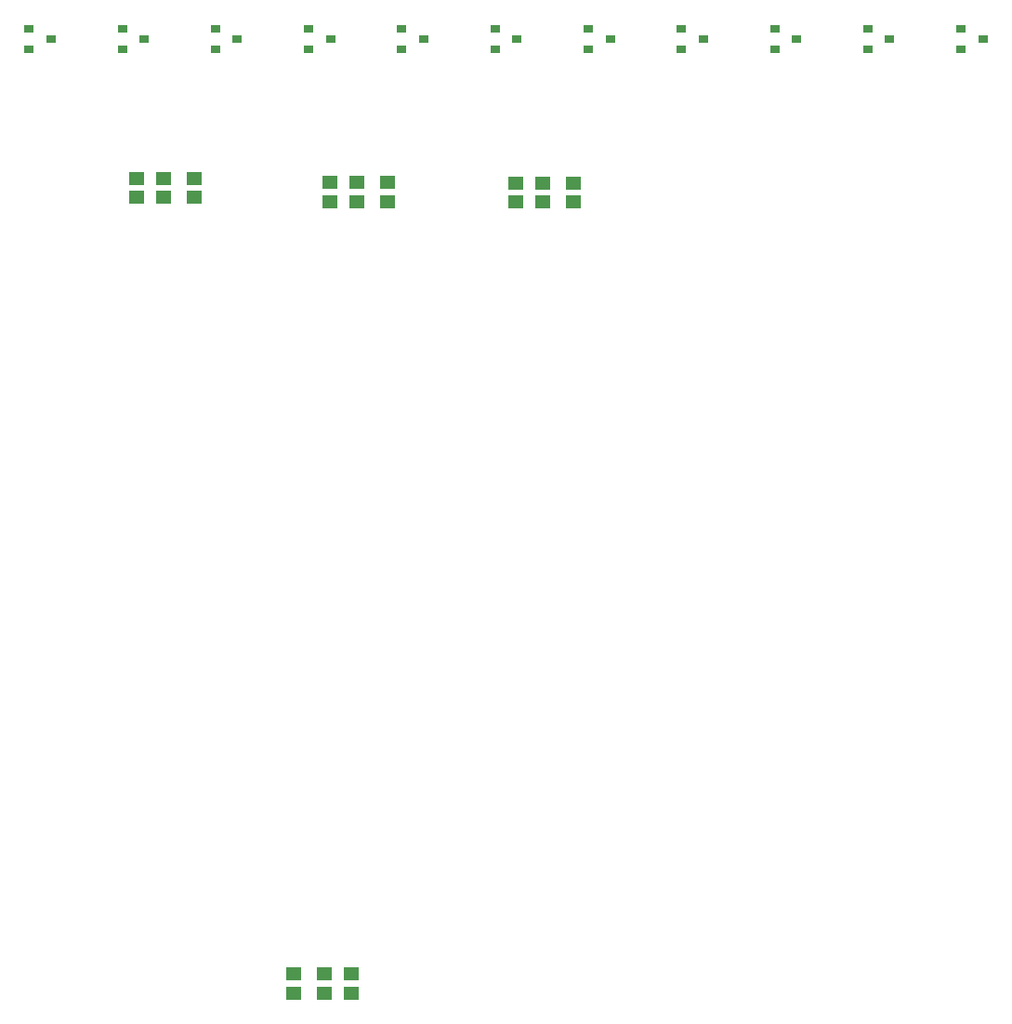
<source format=gbr>
%TF.GenerationSoftware,Altium Limited,Altium Designer,19.0.10 (269)*%
G04 Layer_Color=128*
%FSLAX26Y26*%
%MOIN*%
%TF.FileFunction,Paste,Bot*%
%TF.Part,Single*%
G01*
G75*
%TA.AperFunction,SMDPad,CuDef*%
%ADD12R,0.053150X0.045276*%
%ADD31R,0.035433X0.031496*%
D12*
X1826929Y455102D02*
D03*
Y524000D02*
D03*
X1936929Y455102D02*
D03*
Y524000D02*
D03*
X2033584D02*
D03*
Y455102D02*
D03*
X1264345Y3307000D02*
D03*
Y3375898D02*
D03*
X1361000D02*
D03*
Y3307000D02*
D03*
X1471000Y3375898D02*
D03*
Y3307000D02*
D03*
X1957346Y3293001D02*
D03*
Y3361898D02*
D03*
X2054000D02*
D03*
Y3293001D02*
D03*
X2164000Y3361898D02*
D03*
Y3293001D02*
D03*
X2623001Y3290063D02*
D03*
Y3358961D02*
D03*
X2719655D02*
D03*
Y3290063D02*
D03*
X2829655Y3358961D02*
D03*
Y3290063D02*
D03*
D31*
X1291063Y3875725D02*
D03*
X1212323Y3913127D02*
D03*
Y3838324D02*
D03*
X956772Y3875725D02*
D03*
X878032Y3913127D02*
D03*
Y3838324D02*
D03*
X1625353Y3875725D02*
D03*
X1546613Y3913127D02*
D03*
Y3838324D02*
D03*
X3296806Y3875725D02*
D03*
X3218066Y3913127D02*
D03*
Y3838324D02*
D03*
X2962516Y3875725D02*
D03*
X2883776Y3913127D02*
D03*
Y3838324D02*
D03*
X2628225Y3875725D02*
D03*
X2549485Y3913127D02*
D03*
Y3838324D02*
D03*
X2293935Y3875725D02*
D03*
X2215194Y3913127D02*
D03*
Y3838324D02*
D03*
X1959644Y3875725D02*
D03*
X1880904Y3913127D02*
D03*
Y3838324D02*
D03*
X4299678Y3875725D02*
D03*
X4220938Y3913127D02*
D03*
Y3838324D02*
D03*
X3965388Y3875725D02*
D03*
X3886647Y3913127D02*
D03*
Y3838324D02*
D03*
X3631097Y3875725D02*
D03*
X3552357Y3913127D02*
D03*
Y3838324D02*
D03*
%TF.MD5,20ef0286642566dba7cf4978159f70e3*%
M02*

</source>
